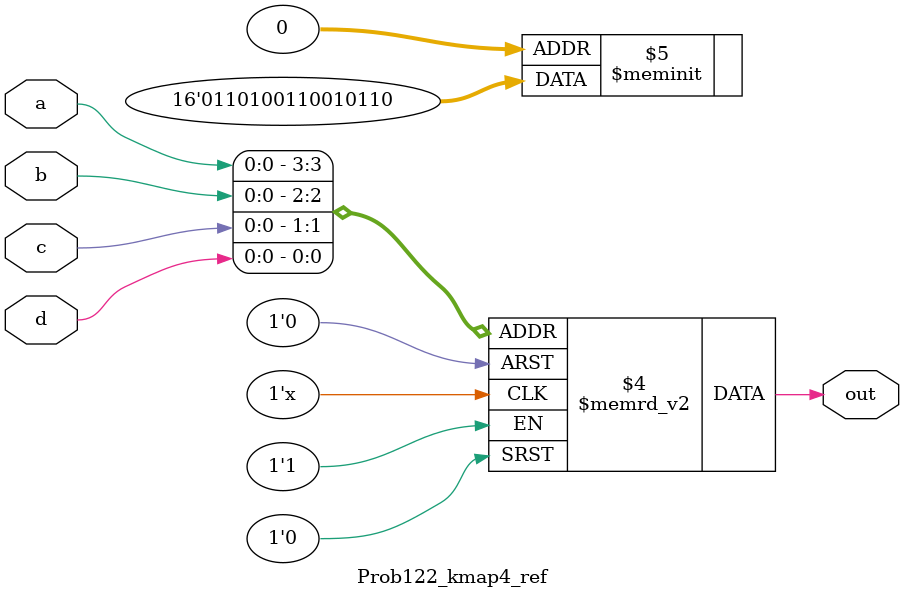
<source format=sv>

module Prob122_kmap4_ref (
  input a,
  input b,
  input c,
  input d,
  output reg out
);

  always @(*) begin
    case({a,b,c,d})
      4'h0: out = 0;
      4'h1: out = 1;
      4'h3: out = 0;
      4'h2: out = 1;
      4'h4: out = 1;
      4'h5: out = 0;
      4'h7: out = 1;
      4'h6: out = 0;
      4'hc: out = 0;
      4'hd: out = 1;
      4'hf: out = 0;
      4'he: out = 1;
      4'h8: out = 1;
      4'h9: out = 0;
      4'hb: out = 1;
      4'ha: out = 0;
    endcase
  end

endmodule


</source>
